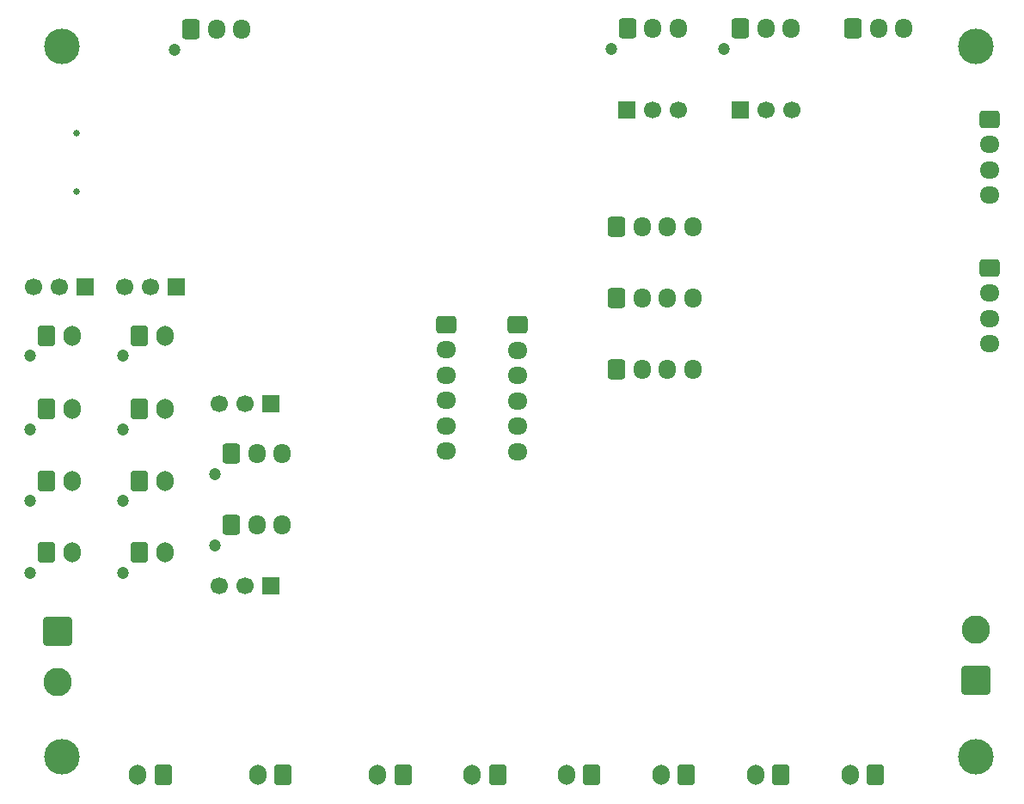
<source format=gbs>
%TF.GenerationSoftware,KiCad,Pcbnew,9.0.6*%
%TF.CreationDate,2026-01-06T18:18:01+01:00*%
%TF.ProjectId,pellet_burner,70656c6c-6574-45f6-9275-726e65722e6b,rev?*%
%TF.SameCoordinates,Original*%
%TF.FileFunction,Soldermask,Bot*%
%TF.FilePolarity,Negative*%
%FSLAX46Y46*%
G04 Gerber Fmt 4.6, Leading zero omitted, Abs format (unit mm)*
G04 Created by KiCad (PCBNEW 9.0.6) date 2026-01-06 18:18:01*
%MOMM*%
%LPD*%
G01*
G04 APERTURE LIST*
G04 Aperture macros list*
%AMRoundRect*
0 Rectangle with rounded corners*
0 $1 Rounding radius*
0 $2 $3 $4 $5 $6 $7 $8 $9 X,Y pos of 4 corners*
0 Add a 4 corners polygon primitive as box body*
4,1,4,$2,$3,$4,$5,$6,$7,$8,$9,$2,$3,0*
0 Add four circle primitives for the rounded corners*
1,1,$1+$1,$2,$3*
1,1,$1+$1,$4,$5*
1,1,$1+$1,$6,$7*
1,1,$1+$1,$8,$9*
0 Add four rect primitives between the rounded corners*
20,1,$1+$1,$2,$3,$4,$5,0*
20,1,$1+$1,$4,$5,$6,$7,0*
20,1,$1+$1,$6,$7,$8,$9,0*
20,1,$1+$1,$8,$9,$2,$3,0*%
G04 Aperture macros list end*
%ADD10C,2.800000*%
%ADD11RoundRect,0.250001X-1.149999X1.149999X-1.149999X-1.149999X1.149999X-1.149999X1.149999X1.149999X0*%
%ADD12O,1.700000X1.950000*%
%ADD13RoundRect,0.250000X-0.600000X-0.725000X0.600000X-0.725000X0.600000X0.725000X-0.600000X0.725000X0*%
%ADD14C,1.200000*%
%ADD15C,0.650000*%
%ADD16O,1.700000X2.000000*%
%ADD17RoundRect,0.250000X-0.600000X-0.750000X0.600000X-0.750000X0.600000X0.750000X-0.600000X0.750000X0*%
%ADD18R,1.700000X1.700000*%
%ADD19C,1.700000*%
%ADD20RoundRect,0.250000X0.600000X0.750000X-0.600000X0.750000X-0.600000X-0.750000X0.600000X-0.750000X0*%
%ADD21RoundRect,0.250000X-0.725000X0.600000X-0.725000X-0.600000X0.725000X-0.600000X0.725000X0.600000X0*%
%ADD22O,1.950000X1.700000*%
%ADD23RoundRect,0.250001X1.149999X-1.149999X1.149999X1.149999X-1.149999X1.149999X-1.149999X-1.149999X0*%
%ADD24C,3.500000*%
G04 APERTURE END LIST*
D10*
%TO.C,J13*%
X54584600Y-127660400D03*
D11*
X54584600Y-122660400D03*
%TD*%
D12*
%TO.C,J1*%
X137932800Y-63254400D03*
X135432800Y-63254400D03*
D13*
X132932800Y-63254400D03*
%TD*%
D12*
%TO.C,J2*%
X72745600Y-63296800D03*
X70245600Y-63296800D03*
D13*
X67745600Y-63296800D03*
D14*
X66145600Y-65296800D03*
%TD*%
D15*
%TO.C,J7*%
X56439800Y-79293200D03*
X56439800Y-73513200D03*
%TD*%
D12*
%TO.C,J15*%
X115707800Y-63254400D03*
X113207800Y-63254400D03*
D13*
X110707800Y-63254400D03*
D14*
X109107800Y-65254400D03*
%TD*%
D12*
%TO.C,J18*%
X126820300Y-63254400D03*
X124320300Y-63254400D03*
D13*
X121820300Y-63254400D03*
D14*
X120220300Y-65254400D03*
%TD*%
D16*
%TO.C,J21*%
X65137200Y-93497400D03*
D17*
X62637200Y-93497400D03*
D14*
X61037200Y-95497400D03*
%TD*%
D16*
%TO.C,J22*%
X56018600Y-93497400D03*
D17*
X53518600Y-93497400D03*
D14*
X51918600Y-95497400D03*
%TD*%
D16*
%TO.C,J23*%
X56018600Y-100743000D03*
D17*
X53518600Y-100743000D03*
D14*
X51918600Y-102743000D03*
%TD*%
D16*
%TO.C,J24*%
X65137200Y-100711000D03*
D17*
X62637200Y-100711000D03*
D14*
X61037200Y-102711000D03*
%TD*%
D16*
%TO.C,J25*%
X56018600Y-107813600D03*
D17*
X53518600Y-107813600D03*
D14*
X51918600Y-109813600D03*
%TD*%
D16*
%TO.C,J26*%
X65137200Y-107797600D03*
D17*
X62637200Y-107797600D03*
D14*
X61037200Y-109797600D03*
%TD*%
D16*
%TO.C,J27*%
X56018600Y-114884200D03*
D17*
X53518600Y-114884200D03*
D14*
X51918600Y-116884200D03*
%TD*%
D16*
%TO.C,J28*%
X65137200Y-114884200D03*
D17*
X62637200Y-114884200D03*
D14*
X61037200Y-116884200D03*
%TD*%
D12*
%TO.C,J29*%
X76690400Y-112167933D03*
X74190400Y-112167933D03*
D13*
X71690400Y-112167933D03*
D14*
X70090400Y-114167933D03*
%TD*%
D12*
%TO.C,J34*%
X76690400Y-105120467D03*
X74190400Y-105120467D03*
D13*
X71690400Y-105120467D03*
D14*
X70090400Y-107120467D03*
%TD*%
D18*
%TO.C,J19*%
X66282400Y-88722200D03*
D19*
X63742400Y-88722200D03*
X61202400Y-88722200D03*
%TD*%
D13*
%TO.C,J42*%
X109644800Y-89814400D03*
D12*
X112144800Y-89814400D03*
X114644800Y-89814400D03*
X117144800Y-89814400D03*
%TD*%
D18*
%TO.C,J20*%
X57265400Y-88696800D03*
D19*
X54725400Y-88696800D03*
X52185400Y-88696800D03*
%TD*%
D20*
%TO.C,J8*%
X97902728Y-136778343D03*
D16*
X95402728Y-136778343D03*
%TD*%
D20*
%TO.C,J12*%
X64994071Y-136778343D03*
D16*
X62494071Y-136778343D03*
%TD*%
D13*
%TO.C,J38*%
X109644800Y-96862900D03*
D12*
X112144800Y-96862900D03*
X114644800Y-96862900D03*
X117144800Y-96862900D03*
%TD*%
D20*
%TO.C,J11*%
X76796957Y-136778343D03*
D16*
X74296957Y-136778343D03*
%TD*%
D18*
%TO.C,J30*%
X75590400Y-118135400D03*
D19*
X73050400Y-118135400D03*
X70510400Y-118135400D03*
%TD*%
D20*
%TO.C,J3*%
X125811385Y-136778343D03*
D16*
X123311385Y-136778343D03*
%TD*%
D18*
%TO.C,J16*%
X110667800Y-71221600D03*
D19*
X113207800Y-71221600D03*
X115747800Y-71221600D03*
%TD*%
D13*
%TO.C,J41*%
X109644800Y-82765900D03*
D12*
X112144800Y-82765900D03*
X114644800Y-82765900D03*
X117144800Y-82765900D03*
%TD*%
D21*
%TO.C,J14*%
X99923600Y-92452800D03*
D22*
X99923600Y-94952800D03*
X99923600Y-97452800D03*
X99923600Y-99952800D03*
X99923600Y-102452800D03*
X99923600Y-104952800D03*
%TD*%
D20*
%TO.C,J4*%
X116508500Y-136778343D03*
D16*
X114008500Y-136778343D03*
%TD*%
D21*
%TO.C,J37*%
X92837000Y-92402000D03*
D22*
X92837000Y-94902000D03*
X92837000Y-97402000D03*
X92837000Y-99902000D03*
X92837000Y-102402000D03*
X92837000Y-104902000D03*
%TD*%
D21*
%TO.C,U8*%
X146380200Y-86814000D03*
D22*
X146380200Y-89314000D03*
X146380200Y-91814000D03*
X146380200Y-94314000D03*
%TD*%
D18*
%TO.C,J17*%
X121780300Y-71221600D03*
D19*
X124320300Y-71221600D03*
X126860300Y-71221600D03*
%TD*%
D20*
%TO.C,J9*%
X88599842Y-136778343D03*
D16*
X86099842Y-136778343D03*
%TD*%
D20*
%TO.C,J10*%
X135114271Y-136778343D03*
D16*
X132614271Y-136778343D03*
%TD*%
D18*
%TO.C,J33*%
X75590400Y-100203000D03*
D19*
X73050400Y-100203000D03*
X70510400Y-100203000D03*
%TD*%
D21*
%TO.C,U14*%
X146380200Y-72179800D03*
D22*
X146380200Y-74679800D03*
X146380200Y-77179800D03*
X146380200Y-79679800D03*
%TD*%
D23*
%TO.C,J6*%
X144976100Y-127446600D03*
D10*
X144976100Y-122446600D03*
%TD*%
D20*
%TO.C,J5*%
X107205614Y-136778343D03*
D16*
X104705614Y-136778343D03*
%TD*%
D24*
%TO.C,REF\u002A\u002A*%
X145000000Y-65000000D03*
%TD*%
%TO.C,REF\u002A\u002A*%
X145000000Y-135000000D03*
%TD*%
%TO.C,REF\u002A\u002A*%
X55000000Y-135000000D03*
%TD*%
%TO.C,REF\u002A\u002A*%
X55000000Y-65000000D03*
%TD*%
M02*

</source>
